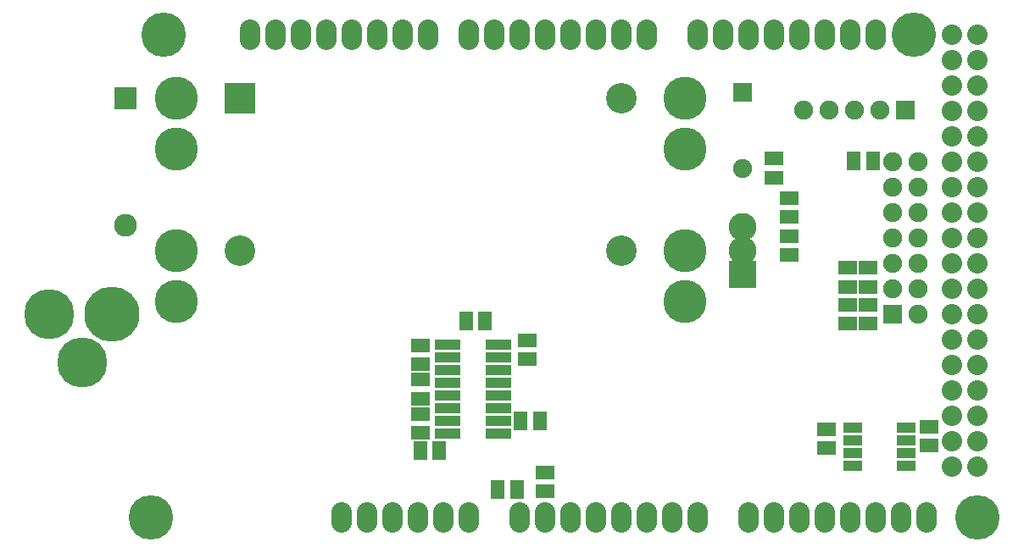
<source format=gts>
G04 (created by PCBNEW (2012-oct-18)-testing) date Thu 22 Nov 2012 17:26:16 GMT*
%MOIN*%
G04 Gerber Fmt 3.4, Leading zero omitted, Abs format*
%FSLAX34Y34*%
G01*
G70*
G90*
G04 APERTURE LIST*
%ADD10C,2.3622e-06*%
%ADD11R,0.0751X0.0436*%
%ADD12R,0.075X0.055*%
%ADD13R,0.055X0.075*%
%ADD14C,0.17*%
%ADD15C,0.09*%
%ADD16R,0.09X0.09*%
%ADD17R,0.075X0.075*%
%ADD18C,0.075*%
%ADD19C,0.11*%
%ADD20R,0.11X0.11*%
%ADD21R,0.12X0.12*%
%ADD22C,0.12*%
%ADD23O,0.08X0.12*%
%ADD24C,0.175*%
%ADD25C,0.08*%
%ADD26C,0.21685*%
%ADD27C,0.197165*%
%ADD28R,0.0987402X0.04*%
G04 APERTURE END LIST*
G54D10*
G54D11*
X66200Y-39450D03*
X64100Y-39450D03*
X66200Y-39950D03*
X66200Y-40450D03*
X66200Y-40950D03*
X64100Y-39950D03*
X64100Y-40450D03*
X64100Y-40950D03*
G54D12*
X63900Y-33925D03*
X63900Y-33175D03*
G54D13*
X47825Y-40350D03*
X47075Y-40350D03*
X51025Y-39200D03*
X51775Y-39200D03*
G54D12*
X61600Y-30425D03*
X61600Y-31175D03*
X64700Y-34625D03*
X64700Y-35375D03*
X64700Y-33925D03*
X64700Y-33175D03*
G54D13*
X50125Y-41900D03*
X50875Y-41900D03*
G54D12*
X52000Y-41225D03*
X52000Y-41975D03*
X63900Y-35375D03*
X63900Y-34625D03*
G54D13*
X64875Y-28950D03*
X64125Y-28950D03*
G54D12*
X61600Y-31925D03*
X61600Y-32675D03*
X61000Y-28875D03*
X61000Y-29625D03*
X47100Y-36225D03*
X47100Y-36975D03*
G54D13*
X48875Y-35250D03*
X49625Y-35250D03*
G54D12*
X51300Y-36025D03*
X51300Y-36775D03*
X47100Y-37575D03*
X47100Y-38325D03*
X63050Y-40275D03*
X63050Y-39525D03*
X67100Y-39425D03*
X67100Y-40175D03*
X47100Y-39675D03*
X47100Y-38925D03*
G54D14*
X37500Y-34500D03*
X37500Y-32500D03*
X37500Y-28500D03*
X37500Y-26500D03*
X57500Y-26500D03*
X57500Y-28500D03*
X57500Y-32500D03*
X57500Y-34500D03*
G54D15*
X35500Y-31500D03*
G54D16*
X35500Y-26500D03*
G54D17*
X59750Y-26250D03*
G54D18*
X59750Y-29250D03*
G54D19*
X59750Y-31559D03*
X59750Y-32500D03*
G54D20*
X59750Y-33441D03*
G54D17*
X65650Y-35000D03*
G54D18*
X65650Y-34000D03*
X65650Y-33000D03*
X65650Y-32000D03*
X65650Y-31000D03*
X65650Y-30000D03*
X65650Y-29000D03*
X66650Y-29000D03*
X66650Y-30000D03*
X66650Y-31000D03*
X66650Y-32000D03*
X66650Y-33000D03*
X66650Y-34000D03*
X66650Y-35000D03*
G54D21*
X40000Y-26500D03*
G54D22*
X40000Y-32500D03*
X55000Y-32500D03*
X55000Y-26500D03*
G54D17*
X66150Y-26950D03*
G54D18*
X65150Y-26950D03*
X64150Y-26950D03*
X63150Y-26950D03*
X62150Y-26950D03*
G54D23*
X58000Y-24000D03*
X59000Y-24000D03*
X60000Y-24000D03*
X61000Y-24000D03*
X62000Y-24000D03*
X63000Y-24000D03*
X64000Y-24000D03*
X65000Y-24000D03*
X67000Y-43000D03*
X66000Y-43000D03*
X65000Y-43000D03*
X64000Y-43000D03*
X60000Y-43000D03*
X58000Y-43000D03*
X57000Y-43000D03*
X61000Y-43000D03*
X62000Y-43000D03*
X63000Y-43000D03*
X56000Y-43000D03*
X55000Y-43000D03*
X54000Y-43000D03*
X51000Y-43000D03*
X52000Y-43000D03*
X53000Y-43000D03*
X49000Y-43000D03*
X48000Y-43000D03*
X47000Y-43000D03*
X45000Y-43000D03*
X44000Y-43000D03*
X56000Y-24000D03*
X55000Y-24000D03*
X54000Y-24000D03*
X53000Y-24000D03*
X52000Y-24000D03*
X51000Y-24000D03*
X50000Y-24000D03*
X49000Y-24000D03*
X47400Y-24000D03*
X46400Y-24000D03*
X45400Y-24000D03*
X44400Y-24000D03*
X43400Y-24000D03*
X42400Y-24000D03*
X41400Y-24000D03*
X40400Y-24000D03*
X46000Y-43000D03*
G54D24*
X69000Y-43000D03*
X66500Y-24000D03*
X37000Y-24000D03*
X36500Y-43000D03*
G54D25*
X68000Y-25000D03*
X69000Y-25000D03*
X68000Y-26000D03*
X69000Y-26000D03*
X68000Y-27000D03*
X69000Y-27000D03*
X68000Y-28000D03*
X69000Y-28000D03*
X68000Y-24000D03*
X69000Y-24000D03*
X69000Y-29000D03*
X68000Y-29000D03*
X68000Y-30000D03*
X69000Y-30000D03*
X68000Y-31000D03*
X69000Y-31000D03*
X68000Y-32000D03*
X69000Y-32000D03*
X68000Y-33000D03*
X69000Y-33000D03*
X68000Y-34000D03*
X69000Y-34000D03*
X68000Y-35000D03*
X69000Y-35000D03*
X68000Y-36000D03*
X69000Y-36000D03*
X68000Y-37000D03*
X69000Y-37000D03*
X68000Y-38000D03*
X69000Y-38000D03*
X68000Y-39000D03*
X69000Y-39000D03*
X68000Y-40000D03*
X69000Y-40000D03*
X68000Y-41000D03*
X69000Y-41000D03*
G54D26*
X34960Y-35000D03*
G54D27*
X32500Y-35000D03*
X33779Y-36889D03*
G54D28*
X48150Y-36200D03*
X48150Y-36700D03*
X48150Y-37200D03*
X48150Y-37700D03*
X48150Y-38200D03*
X48150Y-38700D03*
X48150Y-39200D03*
X48150Y-39700D03*
X50150Y-39700D03*
X50150Y-39200D03*
X50150Y-38700D03*
X50150Y-38200D03*
X50150Y-37700D03*
X50150Y-37200D03*
X50150Y-36700D03*
X50150Y-36200D03*
M02*

</source>
